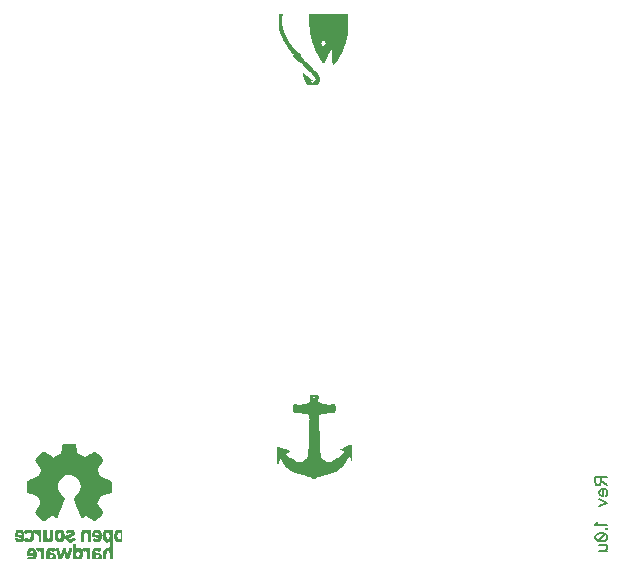
<source format=gbr>
G04 DipTrace 3.0.0.0*
G04 BottomSilk.gbr*
%MOIN*%
G04 #@! TF.FileFunction,Legend,Bot*
G04 #@! TF.Part,Single*
%ADD12C,0.003*%
%ADD42C,0.006176*%
%FSLAX26Y26*%
G04*
G70*
G90*
G75*
G01*
G04 BotSilk*
%LPD*%
X1401664Y965635D2*
D12*
X1422664D1*
X1400279Y962635D2*
X1424049D1*
X1399418Y959635D2*
X1424899D1*
X1398982Y956635D2*
X1407664D1*
X1416664D2*
X1425221D1*
X1398788Y953635D2*
X1424951D1*
X1398710Y950635D2*
X1424006D1*
X1398645Y947635D2*
X1422664D1*
X1398526Y944635D2*
X1424360D1*
X1397294Y941635D2*
X1426129D1*
X1391613Y938635D2*
X1431799D1*
X1382614Y935635D2*
X1441090D1*
X1344664Y932635D2*
X1353664D1*
X1371664D2*
X1452664D1*
X1470664D2*
X1479664D1*
X1343279Y929635D2*
X1481049D1*
X1342418Y926635D2*
X1481911D1*
X1341982Y923635D2*
X1482335D1*
X1341800Y920635D2*
X1482423D1*
X1341836Y917635D2*
X1482117D1*
X1342270Y914635D2*
X1481403D1*
X1343285Y911635D2*
X1480521D1*
X1344664Y908635D2*
X1353664D1*
X1365464D2*
X1458852D1*
X1470664D2*
X1479664D1*
X1379233Y905635D2*
X1444978D1*
X1389397Y902635D2*
X1436009D1*
X1393252Y899635D2*
X1429922D1*
X1394671Y896635D2*
X1427463D1*
X1395716Y893635D2*
X1426520D1*
X1396715Y890635D2*
X1426023D1*
X1397581Y887635D2*
X1425803D1*
X1398037Y884635D2*
X1425715D1*
X1397947Y881635D2*
X1425682D1*
X1397360Y878635D2*
X1425670D1*
X1396645Y875635D2*
X1425666D1*
X1396142Y872635D2*
X1425665D1*
X1395872Y869635D2*
X1425664D1*
X1395747Y866635D2*
X1425664D1*
X1395695Y863635D2*
X1425664D1*
X1395675Y860635D2*
X1425676D1*
X1395668Y857635D2*
X1425781D1*
X1395666Y854635D2*
X1426164D1*
X1395665Y851635D2*
X1426882D1*
X1395664Y848635D2*
X1427651D1*
X1395664Y845635D2*
X1428175D1*
X1395664Y842635D2*
X1428453D1*
X1395664Y839635D2*
X1428580D1*
X1395664Y836635D2*
X1428633D1*
X1395664Y833635D2*
X1428653D1*
X1395664Y830635D2*
X1428660D1*
X1395664Y827635D2*
X1428663D1*
X1395664Y824635D2*
X1428664D1*
X1395664Y821635D2*
X1428664D1*
X1395664Y818635D2*
X1428664D1*
X1395664Y815635D2*
X1428664D1*
X1395664Y812635D2*
X1428664D1*
X1395664Y809635D2*
X1428664D1*
X1395664Y806635D2*
X1428664D1*
X1395664Y803635D2*
X1428664D1*
X1395664Y800635D2*
X1428664D1*
X1395664Y797635D2*
X1428664D1*
X1530664D2*
X1536664D1*
X1395653Y794635D2*
X1428664D1*
X1523548D2*
X1536664D1*
X1290664Y791635D2*
X1293664D1*
X1395547D2*
X1428664D1*
X1516497D2*
X1536664D1*
X1290664Y788635D2*
X1301513D1*
X1395165D2*
X1428676D1*
X1510109D2*
X1536664D1*
X1290664Y785635D2*
X1309119D1*
X1394446D2*
X1428781D1*
X1504957D2*
X1536664D1*
X1290664Y782635D2*
X1316340D1*
X1393677D2*
X1429164D1*
X1500664D2*
X1536664D1*
X1290664Y779635D2*
X1323111D1*
X1393154D2*
X1429882D1*
X1508446D2*
X1536664D1*
X1290664Y776635D2*
X1329664D1*
X1392876D2*
X1430651D1*
X1515664D2*
X1536664D1*
X1290664Y773635D2*
X1322258D1*
X1392748D2*
X1431175D1*
X1512664D2*
X1536664D1*
X1290664Y770635D2*
X1314664D1*
X1392684D2*
X1431465D1*
X1509664D2*
X1536664D1*
X1290664Y767635D2*
X1317664D1*
X1392558D2*
X1431697D1*
X1506664D2*
X1536664D1*
X1290664Y764635D2*
X1320664D1*
X1392169D2*
X1432132D1*
X1503653D2*
X1536664D1*
X1290664Y761635D2*
X1323676D1*
X1391436D2*
X1432883D1*
X1500547D2*
X1528140D1*
X1533779D2*
X1536664D1*
X1290664Y758635D2*
X1326793D1*
X1390549D2*
X1433776D1*
X1497153D2*
X1525989D1*
X1534163D2*
X1536664D1*
X1290664Y755635D2*
X1330293D1*
X1389502D2*
X1434825D1*
X1493317D2*
X1524148D1*
X1534883D2*
X1536664D1*
X1290664Y752635D2*
X1296201D1*
X1303140D2*
X1334511D1*
X1388157D2*
X1436171D1*
X1489049D2*
X1522404D1*
X1535660D2*
X1536664D1*
X1290664Y749635D2*
X1295457D1*
X1304001D2*
X1339495D1*
X1384834D2*
X1439495D1*
X1484316D2*
X1520557D1*
X1536228D2*
X1536664D1*
X1290664Y746635D2*
X1294680D1*
X1305265D2*
X1344982D1*
X1380170D2*
X1444159D1*
X1479104D2*
X1518590D1*
X1536664D2*
D3*
X1290664Y743635D2*
X1294152D1*
X1306903D2*
X1350664D1*
X1374664D2*
X1449664D1*
X1473664D2*
X1516651D1*
X1290664Y740635D2*
X1293858D1*
X1308787D2*
X1514673D1*
X1290664Y737635D2*
X1293664D1*
X1310706D2*
X1512639D1*
X1312778Y734635D2*
X1510658D1*
X1315191Y731635D2*
X1508563D1*
X1317889Y728635D2*
X1506142D1*
X1320765Y725635D2*
X1503429D1*
X1323814Y722635D2*
X1500459D1*
X1327199Y719635D2*
X1497108D1*
X1331144Y716635D2*
X1493177D1*
X1335957Y713635D2*
X1488369D1*
X1342348Y710635D2*
X1481967D1*
X1351236Y707635D2*
X1472987D1*
X1362616Y704635D2*
X1461330D1*
X1374807Y701635D2*
X1448803D1*
X1385510Y698635D2*
X1438037D1*
X1393541Y695635D2*
X1430138D1*
X1399650Y692635D2*
X1424585D1*
X1402413Y689635D2*
X1420378D1*
X1404664Y686635D2*
X1416664D1*
X576305Y802118D2*
X615305D1*
X575279Y799118D2*
X615768D1*
X574386Y796118D2*
X616512D1*
X573806Y793118D2*
X617289D1*
X573406Y790118D2*
X617826D1*
X572892Y787118D2*
X618210D1*
X572119Y784118D2*
X618720D1*
X571329Y781118D2*
X619491D1*
X570786Y778118D2*
X620292D1*
X507305Y775118D2*
X513305D1*
X570365D2*
X620952D1*
X678305D2*
X684305D1*
X504305Y772118D2*
X518153D1*
X569854D2*
X621861D1*
X673456D2*
X687305D1*
X501305Y769118D2*
X522770D1*
X567985D2*
X623272D1*
X668839D2*
X690305D1*
X498305Y766118D2*
X527097D1*
X563573D2*
X627320D1*
X664512D2*
X693305D1*
X495305Y763118D2*
X531282D1*
X558179D2*
X632679D1*
X660327D2*
X696305D1*
X492316Y760118D2*
X535683D1*
X552310D2*
X638873D1*
X655926D2*
X699293D1*
X489434Y757118D2*
X540305D1*
X546305D2*
X645305D1*
X651305D2*
X702164D1*
X486945Y754118D2*
X704559D1*
X484916Y751118D2*
X706377D1*
X484343Y748118D2*
X706243D1*
X485275Y745118D2*
X705489D1*
X486746Y742118D2*
X704321D1*
X488461Y739118D2*
X702854D1*
X490348Y736118D2*
X701027D1*
X492349Y733118D2*
X698825D1*
X494305Y730118D2*
X696554D1*
X496291Y727118D2*
X694437D1*
X498326Y724118D2*
X692396D1*
X500282Y721118D2*
X690548D1*
X502248Y718118D2*
X689079D1*
X504305Y715118D2*
X689296D1*
X502456Y712118D2*
X690081D1*
X500839Y709118D2*
X691160D1*
X499521Y706118D2*
X692241D1*
X498408Y703118D2*
X693258D1*
X497204Y700118D2*
X694426D1*
X495614Y697118D2*
X578841D1*
X609179D2*
X695991D1*
X493560Y694118D2*
X575097D1*
X614677D2*
X698003D1*
X487814Y691118D2*
X571332D1*
X619447D2*
X703428D1*
X479646Y688118D2*
X567912D1*
X623354D2*
X711249D1*
X470744Y685118D2*
X565028D1*
X626449D2*
X720097D1*
X463815Y682118D2*
X562736D1*
X628825D2*
X727272D1*
X458928Y679118D2*
X560940D1*
X630641D2*
X732436D1*
X457529Y676118D2*
X559556D1*
X631943D2*
X733961D1*
X456807Y673118D2*
X558431D1*
X632794D2*
X734752D1*
X456495Y670118D2*
X557348D1*
X633542D2*
X735095D1*
X456373Y667118D2*
X556419D1*
X634409D2*
X735229D1*
X456328Y664118D2*
X555843D1*
X635137D2*
X735279D1*
X456312Y661118D2*
X555646D1*
X635302D2*
X735296D1*
X456307Y658118D2*
X555893D1*
X634871D2*
X735302D1*
X456305Y655118D2*
X556567D1*
X634220D2*
X735304D1*
X456305Y652118D2*
X557421D1*
X633645D2*
X735304D1*
X456305Y649118D2*
X558330D1*
X632993D2*
X735305D1*
X456305Y646118D2*
X559442D1*
X632038D2*
X735305D1*
X456305Y643118D2*
X560837D1*
X630719D2*
X735305D1*
X456305Y640118D2*
X562630D1*
X628959D2*
X735305D1*
X469296Y637118D2*
X564927D1*
X626674D2*
X722211D1*
X479661Y634118D2*
X567666D1*
X623941D2*
X711567D1*
X486632Y631118D2*
X570775D1*
X620833D2*
X704259D1*
X491556Y628118D2*
X573931D1*
X617678D2*
X699144D1*
X493859Y625118D2*
X576811D1*
X614799D2*
X697192D1*
X495672Y622118D2*
X578234D1*
X613375D2*
X695650D1*
X497059Y619118D2*
X578331D1*
X613267D2*
X694421D1*
X498181Y616118D2*
X577776D1*
X613728D2*
X693363D1*
X499263Y613118D2*
X576744D1*
X614483D2*
X692199D1*
X500179Y610118D2*
X575538D1*
X615353D2*
X690813D1*
X500649Y607118D2*
X574402D1*
X616438D2*
X689158D1*
X500737Y604118D2*
X573364D1*
X617710D2*
X687305D1*
X499555Y601118D2*
X572211D1*
X619014D2*
X689841D1*
X497955Y598118D2*
X570913D1*
X620187D2*
X692097D1*
X496183Y595118D2*
X569600D1*
X621238D2*
X694309D1*
X494273Y592118D2*
X568424D1*
X622396D2*
X696678D1*
X492265Y589118D2*
X567371D1*
X623707D2*
X699005D1*
X490306Y586118D2*
X566214D1*
X625115D2*
X701054D1*
X488331Y583118D2*
X564902D1*
X626567D2*
X702838D1*
X486422Y580118D2*
X563495D1*
X627956D2*
X704447D1*
X484759Y577118D2*
X562042D1*
X629165D2*
X705775D1*
X484288Y574118D2*
X560653D1*
X630219D2*
X706781D1*
X485365Y571118D2*
X559445D1*
X631288D2*
X706281D1*
X487235Y568118D2*
X558388D1*
X632321D2*
X704326D1*
X489687Y565118D2*
X557305D1*
X633371D2*
X701889D1*
X492452Y562118D2*
X534190D1*
X546305D2*
X556257D1*
X634714D2*
X645305D1*
X657419D2*
X699142D1*
X495358Y559118D2*
X530794D1*
X549305D2*
X555305D1*
X636305D2*
X639305D1*
X660815D2*
X696245D1*
X498323Y556118D2*
X526960D1*
X664649D2*
X693284D1*
X501311Y553118D2*
X522720D1*
X668890D2*
X690298D1*
X504307Y550118D2*
X518126D1*
X673484D2*
X687302D1*
X507305Y547118D2*
X513305D1*
X678305D2*
X684305D1*
X420305Y514118D2*
X438305D1*
X450305D2*
X471305D1*
X477305D2*
X501305D1*
X510305D2*
X519305D1*
X534305D2*
X540305D1*
X552305D2*
X573305D1*
X588305D2*
X609305D1*
X639305D2*
X666305D1*
X678305D2*
X696305D1*
X714305D2*
X738305D1*
X753305D2*
X771305D1*
X418920Y511118D2*
X441305D1*
X447305D2*
X501305D1*
X510305D2*
X519305D1*
X534305D2*
X540305D1*
X551279D2*
X575153D1*
X587124D2*
X610690D1*
X638279D2*
X666305D1*
X676456D2*
X698715D1*
X712456D2*
X738305D1*
X750894D2*
X771305D1*
X418058Y508118D2*
X473715D1*
X478410D2*
X501305D1*
X510305D2*
X519305D1*
X534305D2*
X540305D1*
X550386D2*
X576759D1*
X587502D2*
X611539D1*
X637386D2*
X666305D1*
X674851D2*
X700470D1*
X710850D2*
X738305D1*
X749140D2*
X771305D1*
X417622Y505118D2*
X423305D1*
X435305D2*
X444305D1*
X450305D2*
X453305D1*
X468768D2*
X475470D1*
X486172D2*
X501305D1*
X510305D2*
X519305D1*
X534305D2*
X540305D1*
X549818D2*
X558894D1*
X570305D2*
X577971D1*
X588305D2*
X591305D1*
X604441D2*
X611858D1*
X636818D2*
X645894D1*
X657768D2*
X666305D1*
X673638D2*
X681305D1*
X693305D2*
X701478D1*
X709629D2*
X717305D1*
X728715D2*
X738305D1*
X748135D2*
X756894D1*
X768305D2*
X771305D1*
X417429Y502118D2*
X423305D1*
X438305D2*
X444305D1*
X469500D2*
X476474D1*
X491857D2*
X501305D1*
X510305D2*
X519305D1*
X534305D2*
X540305D1*
X549524D2*
X557140D1*
X570305D2*
X578693D1*
X598365D2*
X611818D1*
X636524D2*
X644140D1*
X658512D2*
X666305D1*
X672919D2*
X681305D1*
X696305D2*
X701988D1*
X708858D2*
X717305D1*
X730470D2*
X738305D1*
X747648D2*
X755140D1*
X768305D2*
X771305D1*
X417351Y499118D2*
X444305D1*
X470160D2*
X476962D1*
X493983D2*
X501305D1*
X510305D2*
X519316D1*
X534293D2*
X540305D1*
X549391D2*
X556147D1*
X570293D2*
X579068D1*
X591763D2*
X610527D1*
X636391D2*
X643135D1*
X659289D2*
X666305D1*
X672561D2*
X702305D1*
X708305D2*
X717316D1*
X731463D2*
X738305D1*
X747437D2*
X754147D1*
X768305D2*
X771305D1*
X417320Y496118D2*
X444305D1*
X470497D2*
X477161D1*
X494699D2*
X501305D1*
X510305D2*
X519431D1*
X534179D2*
X540305D1*
X549337D2*
X555774D1*
X570179D2*
X579305D1*
X585305D2*
X606717D1*
X636337D2*
X642648D1*
X659814D2*
X666305D1*
X672398D2*
X717431D1*
X731836D2*
X738305D1*
X747353D2*
X753774D1*
X768305D2*
X771305D1*
X417305Y493118D2*
X444305D1*
X469336D2*
X477139D1*
X495060D2*
X501305D1*
X510305D2*
X519894D1*
X533715D2*
X540293D1*
X549328D2*
X556026D1*
X569715D2*
X601599D1*
X636316D2*
X642437D1*
X660093D2*
X666305D1*
X672305D2*
X702293D1*
X708419D2*
X717894D1*
X731583D2*
X738305D1*
X747333D2*
X754026D1*
X768305D2*
X771305D1*
X438305Y490118D2*
X444305D1*
X467492D2*
X476776D1*
X495214D2*
X501305D1*
X510305D2*
X520920D1*
X532690D2*
X540187D1*
X549438D2*
X556966D1*
X568690D2*
X596249D1*
X636309D2*
X642353D1*
X660220D2*
X666305D1*
X696305D2*
X702176D1*
X708815D2*
X718920D1*
X730644D2*
X738305D1*
X747439D2*
X754966D1*
X768305D2*
X771305D1*
X417305Y487118D2*
X423305D1*
X435305D2*
X444305D1*
X450305D2*
X456305D1*
X465305D2*
X475954D1*
X495272D2*
X501305D1*
X510305D2*
X522305D1*
X531305D2*
X539803D1*
X549934D2*
X558305D1*
X567305D2*
X591305D1*
X606305D2*
X612305D1*
X636306D2*
X642322D1*
X660273D2*
X666305D1*
X678305D2*
X681305D1*
X693305D2*
X701677D1*
X709675D2*
X720305D1*
X729305D2*
X738305D1*
X747934D2*
X756305D1*
X768305D2*
X771305D1*
X417856Y484118D2*
X474718D1*
X495294D2*
X501305D1*
X510305D2*
X539059D1*
X551140D2*
X575753D1*
X585844D2*
X615305D1*
X636305D2*
X642310D1*
X660293D2*
X666305D1*
X677124D2*
X700470D1*
X711172D2*
X738305D1*
X749140D2*
X771305D1*
X418909Y481118D2*
X441305D1*
X447305D2*
X473125D1*
X495301D2*
X501305D1*
X510305D2*
X538166D1*
X553058D2*
X574700D1*
X588059D2*
X611202D1*
X636305D2*
X642307D1*
X660301D2*
X666305D1*
X677502D2*
X698551D1*
X713266D2*
X738305D1*
X751058D2*
X771305D1*
X420305Y478118D2*
X438305D1*
X453305D2*
X471305D1*
X495305D2*
X501305D1*
X510305D2*
X537305D1*
X555305D2*
X573305D1*
X593691D2*
X606096D1*
X636305D2*
X642305D1*
X660305D2*
X666305D1*
X678305D2*
X696305D1*
X717954D2*
X738305D1*
X753305D2*
X771305D1*
X600305Y475118D2*
D3*
X723305D2*
D3*
X732305D2*
X738305D1*
X732305Y472118D2*
X738305D1*
X609305Y469118D2*
X615305D1*
X732305D2*
X738305D1*
X609305Y466118D2*
X615305D1*
X732305D2*
X738305D1*
X609305Y463118D2*
X615305D1*
X732305D2*
X738305D1*
X609305Y460118D2*
X615305D1*
X732305D2*
X738305D1*
X609305Y457118D2*
X615305D1*
X732305D2*
X738305D1*
X462305Y454118D2*
X477305D1*
X486305D2*
X510305D1*
X525305D2*
X546305D1*
X552305D2*
X558305D1*
X576305D2*
X582305D1*
X597305D2*
X603305D1*
X609305D2*
X615305D1*
X621305D2*
X633305D1*
X642305D2*
X663305D1*
X678305D2*
X699305D1*
X722856D2*
X738305D1*
X459894Y451118D2*
X480179D1*
X487909D2*
X510305D1*
X523456D2*
X559701D1*
X574806D2*
X582768D1*
X596267D2*
X603190D1*
X609305D2*
X663305D1*
X676456D2*
X700758D1*
X716409D2*
X738305D1*
X458140Y448118D2*
X482677D1*
X489981D2*
X510305D1*
X521851D2*
X560668D1*
X573559D2*
X583513D1*
X595260D2*
X602806D1*
X609305D2*
X663305D1*
X674851D2*
X698792D1*
X711878D2*
X738305D1*
X457135Y445118D2*
X465305D1*
X477305D2*
X484458D1*
X492305D2*
D3*
X500715D2*
X510305D1*
X520638D2*
X528305D1*
X540305D2*
X543305D1*
X555419D2*
X561489D1*
X572404D2*
X584297D1*
X594226D2*
X602075D1*
X609305D2*
X621431D1*
X627179D2*
X639305D1*
X645305D2*
D3*
X653715D2*
X663305D1*
X673638D2*
X681305D1*
X693305D2*
X696305D1*
X710125D2*
X720894D1*
X728715D2*
X738305D1*
X456648Y442118D2*
X462305D1*
X477305D2*
X485471D1*
X502470D2*
X510305D1*
X519919D2*
X528305D1*
X555803D2*
X562426D1*
X571433D2*
X584868D1*
X592890D2*
X601200D1*
X609305D2*
X618944D1*
X629665D2*
X639305D1*
X655470D2*
X663305D1*
X672919D2*
X681305D1*
X709117D2*
X719140D1*
X730470D2*
X738305D1*
X456437Y439118D2*
X485961D1*
X503474D2*
X510305D1*
X519562D2*
X537280D1*
X556523D2*
X563400D1*
X570784D2*
X585305D1*
X591305D2*
X600295D1*
X609305D2*
X616916D1*
X631693D2*
X639305D1*
X656474D2*
X663305D1*
X672562D2*
X690280D1*
X708636D2*
X718135D1*
X731474D2*
X738305D1*
X456353Y436118D2*
X486160D1*
X503962D2*
X510305D1*
X519405D2*
X544413D1*
X557304D2*
X564305D1*
X570305D2*
X599286D1*
X609305D2*
X616296D1*
X632313D2*
X639305D1*
X656962D2*
X663305D1*
X672405D2*
X697413D1*
X708431D2*
X717648D1*
X731962D2*
X738305D1*
X456321Y433118D2*
X486139D1*
X504172D2*
X510305D1*
X519342D2*
X547390D1*
X557932D2*
X576883D1*
X582316D2*
X598284D1*
X609305D2*
X616807D1*
X631802D2*
X639293D1*
X657172D2*
X663305D1*
X672342D2*
X700390D1*
X708351D2*
X717437D1*
X732172D2*
X738305D1*
X477305Y430118D2*
X485786D1*
X504256D2*
X510305D1*
X519318D2*
X528856D1*
X542753D2*
X548420D1*
X558595D2*
X575014D1*
X582431D2*
X597324D1*
X609305D2*
X617546D1*
X631064D2*
X639179D1*
X657256D2*
X663305D1*
X672318D2*
X681856D1*
X695753D2*
X701420D1*
X708321D2*
X717353D1*
X732256D2*
X738305D1*
X462305Y427118D2*
D3*
X477305D2*
X485053D1*
X504288D2*
X510305D1*
X519309D2*
X529909D1*
X541700D2*
X548947D1*
X559466D2*
X573542D1*
X582894D2*
X596281D1*
X609305D2*
X618305D1*
X630305D2*
X638715D1*
X657288D2*
X663305D1*
X672309D2*
X682909D1*
X694700D2*
X701947D1*
X708310D2*
X717322D1*
X732288D2*
X738305D1*
X459117Y424118D2*
X484164D1*
X504299D2*
X510305D1*
X519306D2*
X531305D1*
X540305D2*
X549178D1*
X560413D2*
X572006D1*
X583920D2*
X595248D1*
X609305D2*
X637690D1*
X657299D2*
X663305D1*
X672306D2*
X684305D1*
X693305D2*
X702178D1*
X708306D2*
X717310D1*
X732299D2*
X738305D1*
X456305Y421118D2*
X483305D1*
X504305D2*
X510305D1*
X519305D2*
X549305D1*
X561305D2*
X570305D1*
X585305D2*
X594305D1*
X609305D2*
X636305D1*
X657305D2*
X663305D1*
X672305D2*
X702305D1*
X708305D2*
X717305D1*
X732305D2*
X738305D1*
X1296701Y2234795D2*
X1305701D1*
X1395701D2*
X1521701D1*
X1296701Y2231795D2*
X1305237D1*
X1395701D2*
X1521701D1*
X1296701Y2228795D2*
X1304494D1*
X1395701D2*
X1521701D1*
X1296701Y2225795D2*
X1303717D1*
X1395701D2*
X1521701D1*
X1296701Y2222795D2*
X1303191D1*
X1395701D2*
X1521701D1*
X1296701Y2219795D2*
X1302913D1*
X1395701D2*
X1521701D1*
X1296701Y2216795D2*
X1302785D1*
X1395701D2*
X1521701D1*
X1296701Y2213795D2*
X1302733D1*
X1395701D2*
X1521701D1*
X1296701Y2210795D2*
X1302712D1*
X1395701D2*
X1521701D1*
X1296701Y2207795D2*
X1302717D1*
X1395713D2*
X1521701D1*
X1296701Y2204795D2*
X1302819D1*
X1395818D2*
X1521701D1*
X1296701Y2201795D2*
X1303201D1*
X1396201D2*
X1521701D1*
X1296701Y2198795D2*
X1303919D1*
X1396919D2*
X1521701D1*
X1296701Y2195795D2*
X1304700D1*
X1397688D2*
X1521701D1*
X1296701Y2192795D2*
X1305329D1*
X1398211D2*
X1521701D1*
X1296713Y2189795D2*
X1305989D1*
X1398490D2*
X1521701D1*
X1296818Y2186795D2*
X1306847D1*
X1398617D2*
X1521701D1*
X1297201Y2183795D2*
X1307774D1*
X1398681D2*
X1521701D1*
X1297931Y2180795D2*
X1308700D1*
X1398807D2*
X1521701D1*
X1298805Y2177795D2*
X1309715D1*
X1399197D2*
X1521701D1*
X1299723Y2174795D2*
X1310720D1*
X1399918D2*
X1521701D1*
X1300825Y2171795D2*
X1311691D1*
X1400688D2*
X1521701D1*
X1302104Y2168795D2*
X1312813D1*
X1401223D2*
X1521689D1*
X1303410Y2165795D2*
X1314111D1*
X1401607D2*
X1521584D1*
X1304583Y2162795D2*
X1315514D1*
X1402116D2*
X1521201D1*
X1305635Y2159795D2*
X1316976D1*
X1402888D2*
X1520483D1*
X1306792Y2156795D2*
X1318470D1*
X1403689D2*
X1519702D1*
X1308104Y2153795D2*
X1320061D1*
X1404325D2*
X1519073D1*
X1309523Y2150795D2*
X1321845D1*
X1404988D2*
X1518413D1*
X1311081Y2147795D2*
X1323788D1*
X1405846D2*
X1517567D1*
X1312852Y2144795D2*
X1325719D1*
X1406774D2*
X1437839D1*
X1449100D2*
X1516734D1*
X1314779Y2141795D2*
X1327693D1*
X1407700D2*
X1435458D1*
X1451093D2*
X1516085D1*
X1316614Y2138795D2*
X1329727D1*
X1408715D2*
X1433676D1*
X1451663D2*
X1515405D1*
X1318311Y2135795D2*
X1331695D1*
X1409720D2*
X1433890D1*
X1450629D2*
X1514451D1*
X1319997Y2132795D2*
X1333685D1*
X1410679D2*
X1435653D1*
X1448850D2*
X1513246D1*
X1321821Y2129795D2*
X1335724D1*
X1411708D2*
X1437701D1*
X1446701D2*
X1511972D1*
X1323780Y2126795D2*
X1337706D1*
X1412717D2*
X1510812D1*
X1325727Y2123795D2*
X1339802D1*
X1413690D2*
X1509777D1*
X1327810Y2120795D2*
X1342247D1*
X1414813D2*
X1508715D1*
X1330214Y2117795D2*
X1345158D1*
X1416111D2*
X1468176D1*
X1473701D2*
X1507692D1*
X1332808Y2114795D2*
X1348788D1*
X1417514D2*
X1466026D1*
X1473701D2*
X1506715D1*
X1335290Y2111795D2*
X1353158D1*
X1418976D2*
X1464196D1*
X1473701D2*
X1505578D1*
X1337515Y2108795D2*
X1357558D1*
X1420458D2*
X1462546D1*
X1473701D2*
X1504186D1*
X1339717Y2105795D2*
X1361097D1*
X1421955D2*
X1460988D1*
X1473701D2*
X1502494D1*
X1342141Y2102795D2*
X1363835D1*
X1423451D2*
X1459462D1*
X1473701D2*
X1500602D1*
X1344701Y2099795D2*
X1364926D1*
X1424953D2*
X1457957D1*
X1473701D2*
X1498780D1*
X1343488Y2096795D2*
X1365947D1*
X1426462D2*
X1456451D1*
X1473701D2*
X1497100D1*
X1343536Y2093795D2*
X1367398D1*
X1428058D2*
X1454953D1*
X1473701D2*
X1495510D1*
X1344851Y2090795D2*
X1369480D1*
X1429844D2*
X1453450D1*
X1473701D2*
X1493963D1*
X1348270Y2087795D2*
X1372026D1*
X1431788D2*
X1451952D1*
X1473701D2*
X1492353D1*
X1352760Y2084795D2*
X1374827D1*
X1433730D2*
X1450459D1*
X1473701D2*
X1490561D1*
X1357454Y2081795D2*
X1377747D1*
X1435802D2*
X1449039D1*
X1473701D2*
X1488615D1*
X1361615Y2078795D2*
X1380717D1*
X1438171D2*
X1447790D1*
X1473713D2*
X1486672D1*
X1365233Y2075795D2*
X1383707D1*
X1440701D2*
X1446701D1*
X1473827D2*
X1484592D1*
X1368515Y2072795D2*
X1386703D1*
X1474291D2*
X1482178D1*
X1371631Y2069795D2*
X1389702D1*
X1475316D2*
X1479496D1*
X1374676Y2066795D2*
X1392701D1*
X1476701D2*
D3*
X1377692Y2063795D2*
X1395701D1*
X1380698Y2060795D2*
X1398701D1*
X1383700Y2057795D2*
X1401701D1*
X1386701Y2054795D2*
X1404701D1*
X1389701Y2051795D2*
X1407689D1*
X1392701Y2048795D2*
X1410596D1*
X1395701Y2045795D2*
X1413319D1*
X1398701Y2042795D2*
X1415971D1*
X1401701Y2039795D2*
X1418815D1*
X1374701Y2036795D2*
D3*
X1404701D2*
X1421667D1*
X1375738Y2033795D2*
X1380701D1*
X1407701D2*
X1424076D1*
X1376737Y2030795D2*
X1384165D1*
X1410689D2*
X1425958D1*
X1377688Y2027795D2*
X1387920D1*
X1413572D2*
X1427292D1*
X1378712Y2024795D2*
X1391791D1*
X1416073D2*
X1428059D1*
X1379719Y2021795D2*
X1395586D1*
X1417843D2*
X1428434D1*
X1380679Y2018795D2*
X1399146D1*
X1419026D2*
X1428597D1*
X1381708Y2015795D2*
X1402146D1*
X1419013D2*
X1428651D1*
X1382729Y2012795D2*
X1404701D1*
X1417661D2*
X1428559D1*
X1383806Y2009795D2*
X1395701D1*
X1414416D2*
X1428069D1*
X1385314Y2006795D2*
X1401701D1*
X1410701D2*
X1426864D1*
X1387372Y2003795D2*
X1424947D1*
X1389701Y2000795D2*
X1422701D1*
X1401664Y965635D2*
X1400279Y962635D1*
X1399418Y959635D1*
X1398982Y956635D1*
X1398788Y953635D1*
X1398710Y950635D1*
X1398645Y947635D1*
X1398526Y944635D1*
X1397294Y941635D1*
X1391613Y938635D1*
X1382614Y935635D1*
X1371664Y932635D1*
X1422664Y965635D2*
X1424049Y962635D1*
X1424899Y959635D1*
X1425221Y956635D1*
X1424951Y953635D1*
X1424006Y950635D1*
X1422664Y947635D1*
X1424360Y944635D1*
X1426129Y941635D1*
X1431799Y938635D1*
X1441090Y935635D1*
X1452664Y932635D1*
X1410664Y959635D2*
X1407664Y956635D1*
X1413664Y959635D2*
X1416664Y956635D1*
X1344664Y932635D2*
X1343279Y929635D1*
X1342418Y926635D1*
X1341982Y923635D1*
X1341800Y920635D1*
X1341836Y917635D1*
X1342270Y914635D1*
X1343285Y911635D1*
X1344664Y908635D1*
X1353664Y932635D2*
X1470664D2*
X1479664D2*
X1481049Y929635D1*
X1481911Y926635D1*
X1482335Y923635D1*
X1482423Y920635D1*
X1482117Y917635D1*
X1481403Y914635D1*
X1480521Y911635D1*
X1479664Y908635D1*
X1356664Y911635D2*
X1353664Y908635D1*
X1347664Y911635D2*
X1365464Y908635D1*
X1379233Y905635D1*
X1389397Y902635D1*
X1393252Y899635D1*
X1394671Y896635D1*
X1395716Y893635D1*
X1396715Y890635D1*
X1397581Y887635D1*
X1398037Y884635D1*
X1397947Y881635D1*
X1397360Y878635D1*
X1396645Y875635D1*
X1396142Y872635D1*
X1395872Y869635D1*
X1395747Y866635D1*
X1395695Y863635D1*
X1395675Y860635D1*
X1395668Y857635D1*
X1395666Y854635D1*
X1395665Y851635D1*
X1395664Y848635D1*
Y845635D1*
Y842635D1*
Y839635D1*
Y836635D1*
Y833635D1*
Y830635D1*
Y827635D1*
Y824635D1*
Y821635D1*
Y818635D1*
Y815635D1*
Y812635D1*
Y809635D1*
Y806635D1*
Y803635D1*
Y800635D1*
Y797635D1*
X1395653Y794635D1*
X1395547Y791635D1*
X1395165Y788635D1*
X1394446Y785635D1*
X1393677Y782635D1*
X1393154Y779635D1*
X1392876Y776635D1*
X1392748Y773635D1*
X1392684Y770635D1*
X1392558Y767635D1*
X1392169Y764635D1*
X1391436Y761635D1*
X1390549Y758635D1*
X1389502Y755635D1*
X1388157Y752635D1*
X1384834Y749635D1*
X1380170Y746635D1*
X1374664Y743635D1*
X1476664Y911635D2*
X1458852Y908635D1*
X1444978Y905635D1*
X1436009Y902635D1*
X1429922Y899635D1*
X1427463Y896635D1*
X1426520Y893635D1*
X1426023Y890635D1*
X1425803Y887635D1*
X1425715Y884635D1*
X1425682Y881635D1*
X1425670Y878635D1*
X1425666Y875635D1*
X1425665Y872635D1*
X1425664Y869635D1*
Y866635D1*
Y863635D1*
X1425676Y860635D1*
X1425781Y857635D1*
X1426164Y854635D1*
X1426882Y851635D1*
X1427651Y848635D1*
X1428175Y845635D1*
X1428453Y842635D1*
X1428580Y839635D1*
X1428633Y836635D1*
X1428653Y833635D1*
X1428660Y830635D1*
X1428663Y827635D1*
X1428664Y824635D1*
Y821635D1*
Y818635D1*
Y815635D1*
Y812635D1*
Y809635D1*
Y806635D1*
Y803635D1*
Y800635D1*
Y797635D1*
Y794635D1*
Y791635D1*
X1428676Y788635D1*
X1428781Y785635D1*
X1429164Y782635D1*
X1429882Y779635D1*
X1430651Y776635D1*
X1431175Y773635D1*
X1431465Y770635D1*
X1431697Y767635D1*
X1432132Y764635D1*
X1432883Y761635D1*
X1433776Y758635D1*
X1434825Y755635D1*
X1436171Y752635D1*
X1439495Y749635D1*
X1444159Y746635D1*
X1449664Y743635D1*
X1467664Y911635D2*
X1470664Y908635D1*
X1530664Y797635D2*
X1523548Y794635D1*
X1516497Y791635D1*
X1510109Y788635D1*
X1504957Y785635D1*
X1500664Y782635D1*
X1508446Y779635D1*
X1515664Y776635D1*
X1512664Y773635D1*
X1509664Y770635D1*
X1506664Y767635D1*
X1503653Y764635D1*
X1500547Y761635D1*
X1497153Y758635D1*
X1493317Y755635D1*
X1489049Y752635D1*
X1484316Y749635D1*
X1479104Y746635D1*
X1473664Y743635D1*
X1536664Y797635D2*
Y794635D1*
Y791635D1*
Y788635D1*
Y785635D1*
Y782635D1*
Y779635D1*
Y776635D1*
Y773635D1*
Y770635D1*
Y767635D1*
Y764635D1*
Y761635D1*
Y758635D1*
Y755635D1*
Y752635D1*
Y749635D1*
Y746635D1*
X1290664Y791635D2*
Y788635D1*
Y785635D1*
Y782635D1*
Y779635D1*
Y776635D1*
Y773635D1*
Y770635D1*
Y767635D1*
Y764635D1*
Y761635D1*
Y758635D1*
Y755635D1*
Y752635D1*
Y749635D1*
Y746635D1*
Y743635D1*
Y740635D1*
Y737635D1*
X1293664Y791635D2*
X1301513Y788635D1*
X1309119Y785635D1*
X1316340Y782635D1*
X1323111Y779635D1*
X1329664Y776635D1*
X1322258Y773635D1*
X1314664Y770635D1*
X1317664Y767635D1*
X1320664Y764635D1*
X1323676Y761635D1*
X1326793Y758635D1*
X1330293Y755635D1*
X1334511Y752635D1*
X1339495Y749635D1*
X1344982Y746635D1*
X1350664Y743635D1*
X1530664Y764635D2*
X1528140Y761635D1*
X1525989Y758635D1*
X1524148Y755635D1*
X1522404Y752635D1*
X1520557Y749635D1*
X1518590Y746635D1*
X1516651Y743635D1*
X1514673Y740635D1*
X1512639Y737635D1*
X1510658Y734635D1*
X1508563Y731635D1*
X1506142Y728635D1*
X1503429Y725635D1*
X1500459Y722635D1*
X1497108Y719635D1*
X1493177Y716635D1*
X1488369Y713635D1*
X1481967Y710635D1*
X1472987Y707635D1*
X1461330Y704635D1*
X1448803Y701635D1*
X1438037Y698635D1*
X1430138Y695635D1*
X1424585Y692635D1*
X1420378Y689635D1*
X1416664Y686635D1*
X1533664Y764635D2*
X1533779Y761635D1*
X1534163Y758635D1*
X1534883Y755635D1*
X1535660Y752635D1*
X1536228Y749635D1*
X1536664Y746635D1*
X1296664Y755635D2*
X1296201Y752635D1*
X1295457Y749635D1*
X1294680Y746635D1*
X1294152Y743635D1*
X1293858Y740635D1*
X1293664Y737635D1*
X1302664Y755635D2*
X1303140Y752635D1*
X1304001Y749635D1*
X1305265Y746635D1*
X1306903Y743635D1*
X1308787Y740635D1*
X1310706Y737635D1*
X1312778Y734635D1*
X1315191Y731635D1*
X1317889Y728635D1*
X1320765Y725635D1*
X1323814Y722635D1*
X1327199Y719635D1*
X1331144Y716635D1*
X1335957Y713635D1*
X1342348Y710635D1*
X1351236Y707635D1*
X1362616Y704635D1*
X1374807Y701635D1*
X1385510Y698635D1*
X1393541Y695635D1*
X1399650Y692635D1*
X1402413Y689635D1*
X1404664Y686635D1*
X576305Y802118D2*
X575279Y799118D1*
X574386Y796118D1*
X573806Y793118D1*
X573406Y790118D1*
X572892Y787118D1*
X572119Y784118D1*
X571329Y781118D1*
X570786Y778118D1*
X570365Y775118D1*
X569854Y772118D1*
X567985Y769118D1*
X563573Y766118D1*
X558179Y763118D1*
X552310Y760118D1*
X546305Y757118D1*
X615305Y802118D2*
X615768Y799118D1*
X616512Y796118D1*
X617289Y793118D1*
X617826Y790118D1*
X618210Y787118D1*
X618720Y784118D1*
X619491Y781118D1*
X620292Y778118D1*
X620952Y775118D1*
X621861Y772118D1*
X623272Y769118D1*
X627320Y766118D1*
X632679Y763118D1*
X638873Y760118D1*
X645305Y757118D1*
X507305Y775118D2*
X504305Y772118D1*
X501305Y769118D1*
X498305Y766118D1*
X495305Y763118D1*
X492316Y760118D1*
X489434Y757118D1*
X486945Y754118D1*
X484916Y751118D1*
X484343Y748118D1*
X485275Y745118D1*
X486746Y742118D1*
X488461Y739118D1*
X490348Y736118D1*
X492349Y733118D1*
X494305Y730118D1*
X496291Y727118D1*
X498326Y724118D1*
X500282Y721118D1*
X502248Y718118D1*
X504305Y715118D1*
X502456Y712118D1*
X500839Y709118D1*
X499521Y706118D1*
X498408Y703118D1*
X497204Y700118D1*
X495614Y697118D1*
X493560Y694118D1*
X487814Y691118D1*
X479646Y688118D1*
X470744Y685118D1*
X463815Y682118D1*
X458928Y679118D1*
X457529Y676118D1*
X456807Y673118D1*
X456495Y670118D1*
X456373Y667118D1*
X456328Y664118D1*
X456312Y661118D1*
X456307Y658118D1*
X456305Y655118D1*
Y652118D1*
Y649118D1*
Y646118D1*
Y643118D1*
Y640118D1*
X469296Y637118D1*
X479661Y634118D1*
X486632Y631118D1*
X491556Y628118D1*
X493859Y625118D1*
X495672Y622118D1*
X497059Y619118D1*
X498181Y616118D1*
X499263Y613118D1*
X500179Y610118D1*
X500649Y607118D1*
X500737Y604118D1*
X499555Y601118D1*
X497955Y598118D1*
X496183Y595118D1*
X494273Y592118D1*
X492265Y589118D1*
X490306Y586118D1*
X488331Y583118D1*
X486422Y580118D1*
X484759Y577118D1*
X484288Y574118D1*
X485365Y571118D1*
X487235Y568118D1*
X489687Y565118D1*
X492452Y562118D1*
X495358Y559118D1*
X498323Y556118D1*
X501311Y553118D1*
X504307Y550118D1*
X507305Y547118D1*
X513305Y775118D2*
X518153Y772118D1*
X522770Y769118D1*
X527097Y766118D1*
X531282Y763118D1*
X535683Y760118D1*
X540305Y757118D1*
X678305Y775118D2*
X673456Y772118D1*
X668839Y769118D1*
X664512Y766118D1*
X660327Y763118D1*
X655926Y760118D1*
X651305Y757118D1*
X684305Y775118D2*
X687305Y772118D1*
X690305Y769118D1*
X693305Y766118D1*
X696305Y763118D1*
X699293Y760118D1*
X702164Y757118D1*
X704559Y754118D1*
X706377Y751118D1*
X706243Y748118D1*
X705489Y745118D1*
X704321Y742118D1*
X702854Y739118D1*
X701027Y736118D1*
X698825Y733118D1*
X696554Y730118D1*
X694437Y727118D1*
X692396Y724118D1*
X690548Y721118D1*
X689079Y718118D1*
X689296Y715118D1*
X690081Y712118D1*
X691160Y709118D1*
X692241Y706118D1*
X693258Y703118D1*
X694426Y700118D1*
X695991Y697118D1*
X698003Y694118D1*
X703428Y691118D1*
X711249Y688118D1*
X720097Y685118D1*
X727272Y682118D1*
X732436Y679118D1*
X733961Y676118D1*
X734752Y673118D1*
X735095Y670118D1*
X735229Y667118D1*
X735279Y664118D1*
X735296Y661118D1*
X735302Y658118D1*
X735304Y655118D1*
Y652118D1*
X735305Y649118D1*
Y646118D1*
Y643118D1*
Y640118D1*
X722211Y637118D1*
X711567Y634118D1*
X704259Y631118D1*
X699144Y628118D1*
X697192Y625118D1*
X695650Y622118D1*
X694421Y619118D1*
X693363Y616118D1*
X692199Y613118D1*
X690813Y610118D1*
X689158Y607118D1*
X687305Y604118D1*
X689841Y601118D1*
X692097Y598118D1*
X694309Y595118D1*
X696678Y592118D1*
X699005Y589118D1*
X701054Y586118D1*
X702838Y583118D1*
X704447Y580118D1*
X705775Y577118D1*
X706781Y574118D1*
X706281Y571118D1*
X704326Y568118D1*
X701889Y565118D1*
X699142Y562118D1*
X696245Y559118D1*
X693284Y556118D1*
X690298Y553118D1*
X687302Y550118D1*
X684305Y547118D1*
X582305Y700118D2*
X578841Y697118D1*
X575097Y694118D1*
X571332Y691118D1*
X567912Y688118D1*
X565028Y685118D1*
X562736Y682118D1*
X560940Y679118D1*
X559556Y676118D1*
X558431Y673118D1*
X557348Y670118D1*
X556419Y667118D1*
X555843Y664118D1*
X555646Y661118D1*
X555893Y658118D1*
X556567Y655118D1*
X557421Y652118D1*
X558330Y649118D1*
X559442Y646118D1*
X560837Y643118D1*
X562630Y640118D1*
X564927Y637118D1*
X567666Y634118D1*
X570775Y631118D1*
X573931Y628118D1*
X576811Y625118D1*
X578234Y622118D1*
X578331Y619118D1*
X577776Y616118D1*
X576744Y613118D1*
X575538Y610118D1*
X574402Y607118D1*
X573364Y604118D1*
X572211Y601118D1*
X570913Y598118D1*
X569600Y595118D1*
X568424Y592118D1*
X567371Y589118D1*
X566214Y586118D1*
X564902Y583118D1*
X563495Y580118D1*
X562042Y577118D1*
X560653Y574118D1*
X559445Y571118D1*
X558388Y568118D1*
X557305Y565118D1*
X556257Y562118D1*
X555305Y559118D1*
X603305Y700118D2*
X609179Y697118D1*
X614677Y694118D1*
X619447Y691118D1*
X623354Y688118D1*
X626449Y685118D1*
X628825Y682118D1*
X630641Y679118D1*
X631943Y676118D1*
X632794Y673118D1*
X633542Y670118D1*
X634409Y667118D1*
X635137Y664118D1*
X635302Y661118D1*
X634871Y658118D1*
X634220Y655118D1*
X633645Y652118D1*
X632993Y649118D1*
X632038Y646118D1*
X630719Y643118D1*
X628959Y640118D1*
X626674Y637118D1*
X623941Y634118D1*
X620833Y631118D1*
X617678Y628118D1*
X614799Y625118D1*
X613375Y622118D1*
X613267Y619118D1*
X613728Y616118D1*
X614483Y613118D1*
X615353Y610118D1*
X616438Y607118D1*
X617710Y604118D1*
X619014Y601118D1*
X620187Y598118D1*
X621238Y595118D1*
X622396Y592118D1*
X623707Y589118D1*
X625115Y586118D1*
X626567Y583118D1*
X627956Y580118D1*
X629165Y577118D1*
X630219Y574118D1*
X631288Y571118D1*
X632321Y568118D1*
X633371Y565118D1*
X634714Y562118D1*
X636305Y559118D1*
X537305Y565118D2*
X534190Y562118D1*
X530794Y559118D1*
X526960Y556118D1*
X522720Y553118D1*
X518126Y550118D1*
X513305Y547118D1*
X543305Y565118D2*
X546305Y562118D1*
X549305Y559118D1*
X651305Y565118D2*
X645305Y562118D1*
X639305Y559118D1*
X654305Y565118D2*
X657419Y562118D1*
X660815Y559118D1*
X664649Y556118D1*
X668890Y553118D1*
X673484Y550118D1*
X678305Y547118D1*
X420305Y514118D2*
X418920Y511118D1*
X418058Y508118D1*
X417622Y505118D1*
X417429Y502118D1*
X417351Y499118D1*
X417320Y496118D1*
X417305Y493118D1*
X438305Y490118D1*
X435305Y487118D1*
X438305Y514118D2*
X441305Y511118D1*
X450305Y514118D2*
X447305Y511118D1*
X471305Y514118D2*
X477305D2*
X501305D2*
Y511118D1*
Y508118D1*
Y505118D1*
Y502118D1*
Y499118D1*
Y496118D1*
Y493118D1*
Y490118D1*
Y487118D1*
Y484118D1*
Y481118D1*
Y478118D1*
X510305Y514118D2*
Y511118D1*
Y508118D1*
Y505118D1*
Y502118D1*
Y499118D1*
Y496118D1*
Y493118D1*
Y490118D1*
Y487118D1*
Y484118D1*
Y481118D1*
Y478118D1*
X519305Y514118D2*
Y511118D1*
Y508118D1*
Y505118D1*
Y502118D1*
X519316Y499118D1*
X519431Y496118D1*
X519894Y493118D1*
X520920Y490118D1*
X522305Y487118D1*
X534305Y514118D2*
Y511118D1*
Y508118D1*
Y505118D1*
Y502118D1*
X534293Y499118D1*
X534179Y496118D1*
X533715Y493118D1*
X532690Y490118D1*
X531305Y487118D1*
X540305Y514118D2*
Y511118D1*
Y508118D1*
Y505118D1*
Y502118D1*
Y499118D1*
Y496118D1*
X540293Y493118D1*
X540187Y490118D1*
X539803Y487118D1*
X539059Y484118D1*
X538166Y481118D1*
X537305Y478118D1*
X552305Y514118D2*
X551279Y511118D1*
X550386Y508118D1*
X549818Y505118D1*
X549524Y502118D1*
X549391Y499118D1*
X549337Y496118D1*
X549328Y493118D1*
X549438Y490118D1*
X549934Y487118D1*
X551140Y484118D1*
X553058Y481118D1*
X555305Y478118D1*
X573305Y514118D2*
X575153Y511118D1*
X576759Y508118D1*
X577971Y505118D1*
X578693Y502118D1*
X579068Y499118D1*
X579305Y496118D1*
X588305Y514118D2*
X587124Y511118D1*
X587502Y508118D1*
X588305Y505118D1*
X609305Y514118D2*
X610690Y511118D1*
X611539Y508118D1*
X611858Y505118D1*
X611818Y502118D1*
X610527Y499118D1*
X606717Y496118D1*
X601599Y493118D1*
X596249Y490118D1*
X591305Y487118D1*
X639305Y514118D2*
X638279Y511118D1*
X637386Y508118D1*
X636818Y505118D1*
X636524Y502118D1*
X636391Y499118D1*
X636337Y496118D1*
X636316Y493118D1*
X636309Y490118D1*
X636306Y487118D1*
X636305Y484118D1*
Y481118D1*
Y478118D1*
X666305Y514118D2*
Y511118D1*
Y508118D1*
Y505118D1*
Y502118D1*
Y499118D1*
Y496118D1*
Y493118D1*
Y490118D1*
Y487118D1*
Y484118D1*
Y481118D1*
Y478118D1*
X678305Y514118D2*
X676456Y511118D1*
X674851Y508118D1*
X673638Y505118D1*
X672919Y502118D1*
X672561Y499118D1*
X672398Y496118D1*
X672305Y493118D1*
X696305Y490118D1*
X693305Y487118D1*
X696305Y514118D2*
X698715Y511118D1*
X700470Y508118D1*
X701478Y505118D1*
X701988Y502118D1*
X702305Y499118D1*
X714305Y514118D2*
X712456Y511118D1*
X710850Y508118D1*
X709629Y505118D1*
X708858Y502118D1*
X708305Y499118D1*
X738305Y514118D2*
Y511118D1*
Y508118D1*
Y505118D1*
Y502118D1*
Y499118D1*
Y496118D1*
Y493118D1*
Y490118D1*
Y487118D1*
Y484118D1*
Y481118D1*
Y478118D1*
Y475118D1*
Y472118D1*
Y469118D1*
Y466118D1*
Y463118D1*
Y460118D1*
Y457118D1*
Y454118D1*
Y451118D1*
Y448118D1*
Y445118D1*
Y442118D1*
Y439118D1*
Y436118D1*
Y433118D1*
Y430118D1*
Y427118D1*
Y424118D1*
Y421118D1*
X753305Y514118D2*
X750894Y511118D1*
X749140Y508118D1*
X748135Y505118D1*
X747648Y502118D1*
X747437Y499118D1*
X747353Y496118D1*
X747333Y493118D1*
X747439Y490118D1*
X747934Y487118D1*
X749140Y484118D1*
X751058Y481118D1*
X753305Y478118D1*
X771305Y514118D2*
Y511118D1*
Y508118D1*
Y505118D1*
Y502118D1*
Y499118D1*
Y496118D1*
Y493118D1*
Y490118D1*
Y487118D1*
Y484118D1*
Y481118D1*
Y478118D1*
X471305Y511118D2*
X473715Y508118D1*
X475470Y505118D1*
X476474Y502118D1*
X476962Y499118D1*
X477161Y496118D1*
X477139Y493118D1*
X476776Y490118D1*
X475954Y487118D1*
X474718Y484118D1*
X473125Y481118D1*
X471305Y478118D1*
X468305Y511118D2*
X478410Y508118D1*
X486172Y505118D1*
X491857Y502118D1*
X493983Y499118D1*
X494699Y496118D1*
X495060Y493118D1*
X495214Y490118D1*
X495272Y487118D1*
X495294Y484118D1*
X495301Y481118D1*
X495305Y478118D1*
X423305Y508118D2*
Y505118D1*
Y502118D1*
X432305Y508118D2*
X435305Y505118D1*
X438305Y502118D1*
X444305Y508118D2*
Y505118D1*
Y502118D1*
Y499118D1*
Y496118D1*
Y493118D1*
Y490118D1*
Y487118D1*
X447305Y508118D2*
X450305Y505118D1*
X456305Y508118D2*
X453305Y505118D1*
X468305Y508118D2*
X468768Y505118D1*
X469500Y502118D1*
X470160Y499118D1*
X470497Y496118D1*
X469336Y493118D1*
X467492Y490118D1*
X465305Y487118D1*
X561305Y508118D2*
X558894Y505118D1*
X557140Y502118D1*
X556147Y499118D1*
X555774Y496118D1*
X556026Y493118D1*
X556966Y490118D1*
X558305Y487118D1*
X570305Y508118D2*
Y505118D1*
Y502118D1*
X570293Y499118D1*
X570179Y496118D1*
X569715Y493118D1*
X568690Y490118D1*
X567305Y487118D1*
X594305Y508118D2*
X591305Y505118D1*
X609305Y508118D2*
X604441Y505118D1*
X598365Y502118D1*
X591763Y499118D1*
X585305Y496118D1*
X648305Y508118D2*
X645894Y505118D1*
X644140Y502118D1*
X643135Y499118D1*
X642648Y496118D1*
X642437Y493118D1*
X642353Y490118D1*
X642322Y487118D1*
X642310Y484118D1*
X642307Y481118D1*
X642305Y478118D1*
X657305Y508118D2*
X657768Y505118D1*
X658512Y502118D1*
X659289Y499118D1*
X659814Y496118D1*
X660093Y493118D1*
X660220Y490118D1*
X660273Y487118D1*
X660293Y484118D1*
X660301Y481118D1*
X660305Y478118D1*
X681305Y508118D2*
Y505118D1*
Y502118D1*
X690305Y508118D2*
X693305Y505118D1*
X696305Y502118D1*
X717305Y508118D2*
Y505118D1*
Y502118D1*
X717316Y499118D1*
X717431Y496118D1*
X717894Y493118D1*
X718920Y490118D1*
X720305Y487118D1*
X726305Y508118D2*
X728715Y505118D1*
X730470Y502118D1*
X731463Y499118D1*
X731836Y496118D1*
X731583Y493118D1*
X730644Y490118D1*
X729305Y487118D1*
X759305Y508118D2*
X756894Y505118D1*
X755140Y502118D1*
X754147Y499118D1*
X753774Y496118D1*
X754026Y493118D1*
X754966Y490118D1*
X756305Y487118D1*
X768305Y508118D2*
Y505118D1*
Y502118D1*
Y499118D1*
Y496118D1*
Y493118D1*
Y490118D1*
Y487118D1*
X702305Y496118D2*
X702293Y493118D1*
X702176Y490118D1*
X701677Y487118D1*
X700470Y484118D1*
X698551Y481118D1*
X696305Y478118D1*
X708305Y496118D2*
X708419Y493118D1*
X708815Y490118D1*
X709675Y487118D1*
X711172Y484118D1*
X713266Y481118D1*
X717954Y478118D1*
X723305Y475118D1*
X417305Y487118D2*
X417856Y484118D1*
X418909Y481118D1*
X420305Y478118D1*
X423305Y487118D2*
X450305D2*
X456305D2*
X606305D2*
X612305D2*
X615305Y484118D1*
X611202Y481118D1*
X606096Y478118D1*
X600305Y475118D1*
X678305Y487118D2*
X677124Y484118D1*
X677502Y481118D1*
X678305Y478118D1*
X681305Y487118D2*
X576305D2*
X575753Y484118D1*
X574700Y481118D1*
X573305Y478118D1*
X585305Y487118D2*
X585844Y484118D1*
X588059Y481118D1*
X593691Y478118D1*
X600305Y475118D1*
X444305Y484118D2*
X441305Y481118D1*
X438305Y478118D1*
X441305Y484118D2*
X447305Y481118D1*
X453305Y478118D1*
X732305D2*
Y475118D1*
Y472118D1*
Y469118D1*
Y466118D1*
Y463118D1*
Y460118D1*
Y457118D1*
X722856Y454118D1*
X716409Y451118D1*
X711878Y448118D1*
X710125Y445118D1*
X709117Y442118D1*
X708636Y439118D1*
X708431Y436118D1*
X708351Y433118D1*
X708321Y430118D1*
X708310Y427118D1*
X708306Y424118D1*
X708305Y421118D1*
X609305Y469118D2*
Y466118D1*
Y463118D1*
Y460118D1*
Y457118D1*
Y454118D1*
Y451118D1*
Y448118D1*
Y445118D1*
Y442118D1*
Y439118D1*
Y436118D1*
Y433118D1*
Y430118D1*
Y427118D1*
Y424118D1*
Y421118D1*
X615305Y469118D2*
Y466118D1*
Y463118D1*
Y460118D1*
Y457118D1*
Y454118D1*
X462305D2*
X459894Y451118D1*
X458140Y448118D1*
X457135Y445118D1*
X456648Y442118D1*
X456437Y439118D1*
X456353Y436118D1*
X456321Y433118D1*
X456305Y430118D1*
X477305D1*
Y427118D1*
Y454118D2*
X480179Y451118D1*
X482677Y448118D1*
X484458Y445118D1*
X485471Y442118D1*
X485961Y439118D1*
X486160Y436118D1*
X486139Y433118D1*
X485786Y430118D1*
X485053Y427118D1*
X484164Y424118D1*
X483305Y421118D1*
X486305Y454118D2*
X487909Y451118D1*
X489981Y448118D1*
X492305Y445118D1*
X510305Y454118D2*
Y451118D1*
Y448118D1*
Y445118D1*
Y442118D1*
Y439118D1*
Y436118D1*
Y433118D1*
Y430118D1*
Y427118D1*
Y424118D1*
Y421118D1*
X525305Y454118D2*
X523456Y451118D1*
X521851Y448118D1*
X520638Y445118D1*
X519919Y442118D1*
X519562Y439118D1*
X519405Y436118D1*
X519342Y433118D1*
X519318Y430118D1*
X519309Y427118D1*
X519306Y424118D1*
X519305Y421118D1*
X546305Y454118D2*
X552305D2*
X558305D2*
X559701Y451118D1*
X560668Y448118D1*
X561489Y445118D1*
X562426Y442118D1*
X563400Y439118D1*
X564305Y436118D1*
X576305Y454118D2*
X574806Y451118D1*
X573559Y448118D1*
X572404Y445118D1*
X571433Y442118D1*
X570784Y439118D1*
X570305Y436118D1*
X582305Y454118D2*
X582768Y451118D1*
X583513Y448118D1*
X584297Y445118D1*
X584868Y442118D1*
X585305Y439118D1*
X597305Y454118D2*
X596267Y451118D1*
X595260Y448118D1*
X594226Y445118D1*
X592890Y442118D1*
X591305Y439118D1*
X603305Y454118D2*
X603190Y451118D1*
X602806Y448118D1*
X602075Y445118D1*
X601200Y442118D1*
X600295Y439118D1*
X599286Y436118D1*
X598284Y433118D1*
X597324Y430118D1*
X596281Y427118D1*
X595248Y424118D1*
X594305Y421118D1*
X621305Y454118D2*
X633305D2*
X642305D2*
X663305D2*
Y451118D1*
Y448118D1*
Y445118D1*
Y442118D1*
Y439118D1*
Y436118D1*
Y433118D1*
Y430118D1*
Y427118D1*
Y424118D1*
Y421118D1*
X678305Y454118D2*
X676456Y451118D1*
X674851Y448118D1*
X673638Y445118D1*
X672919Y442118D1*
X672562Y439118D1*
X672405Y436118D1*
X672342Y433118D1*
X672318Y430118D1*
X672309Y427118D1*
X672306Y424118D1*
X672305Y421118D1*
X699305Y454118D2*
X700758Y451118D1*
X698792Y448118D1*
X696305Y445118D1*
X468305Y448118D2*
X465305Y445118D1*
X462305Y442118D1*
X477305Y448118D2*
Y445118D1*
Y442118D1*
X498305Y448118D2*
X500715Y445118D1*
X502470Y442118D1*
X503474Y439118D1*
X503962Y436118D1*
X504172Y433118D1*
X504256Y430118D1*
X504288Y427118D1*
X504299Y424118D1*
X504305Y421118D1*
X528305Y448118D2*
Y445118D1*
Y442118D1*
X537280Y439118D1*
X544413Y436118D1*
X547390Y433118D1*
X548420Y430118D1*
X548947Y427118D1*
X549178Y424118D1*
X549305Y421118D1*
X537305Y448118D2*
X540305Y445118D1*
X546305Y448118D2*
X543305Y445118D1*
X555305Y448118D2*
X555419Y445118D1*
X555803Y442118D1*
X556523Y439118D1*
X557304Y436118D1*
X557932Y433118D1*
X558595Y430118D1*
X559466Y427118D1*
X560413Y424118D1*
X561305Y421118D1*
X624305Y448118D2*
X621431Y445118D1*
X618944Y442118D1*
X616916Y439118D1*
X616296Y436118D1*
X616807Y433118D1*
X617546Y430118D1*
X618305Y427118D1*
X624305Y448118D2*
X627179Y445118D1*
X629665Y442118D1*
X631693Y439118D1*
X632313Y436118D1*
X631802Y433118D1*
X631064Y430118D1*
X630305Y427118D1*
X639305Y448118D2*
Y445118D1*
Y442118D1*
Y439118D1*
Y436118D1*
X639293Y433118D1*
X639179Y430118D1*
X638715Y427118D1*
X637690Y424118D1*
X636305Y421118D1*
X642305Y448118D2*
X645305Y445118D1*
X651305Y448118D2*
X653715Y445118D1*
X655470Y442118D1*
X656474Y439118D1*
X656962Y436118D1*
X657172Y433118D1*
X657256Y430118D1*
X657288Y427118D1*
X657299Y424118D1*
X657305Y421118D1*
X681305Y448118D2*
Y445118D1*
Y442118D1*
X690280Y439118D1*
X697413Y436118D1*
X700390Y433118D1*
X701420Y430118D1*
X701947Y427118D1*
X702178Y424118D1*
X702305Y421118D1*
X690305Y448118D2*
X693305Y445118D1*
X723305Y448118D2*
X720894Y445118D1*
X719140Y442118D1*
X718135Y439118D1*
X717648Y436118D1*
X717437Y433118D1*
X717353Y430118D1*
X717322Y427118D1*
X717310Y424118D1*
X717305Y421118D1*
X726305Y448118D2*
X728715Y445118D1*
X730470Y442118D1*
X731474Y439118D1*
X731962Y436118D1*
X732172Y433118D1*
X732256Y430118D1*
X732288Y427118D1*
X732299Y424118D1*
X732305Y421118D1*
X579305Y436118D2*
X576883Y433118D1*
X575014Y430118D1*
X573542Y427118D1*
X572006Y424118D1*
X570305Y421118D1*
X582305Y436118D2*
X582316Y433118D1*
X582431Y430118D1*
X582894Y427118D1*
X583920Y424118D1*
X585305Y421118D1*
X528305Y433118D2*
X528856Y430118D1*
X529909Y427118D1*
X531305Y424118D1*
X543305Y433118D2*
X542753Y430118D1*
X541700Y427118D1*
X540305Y424118D1*
X681305Y433118D2*
X681856Y430118D1*
X682909Y427118D1*
X684305Y424118D1*
X696305Y433118D2*
X695753Y430118D1*
X694700Y427118D1*
X693305Y424118D1*
X462305Y427118D2*
X459117Y424118D1*
X456305Y421118D1*
X1296701Y2234795D2*
Y2231795D1*
Y2228795D1*
Y2225795D1*
Y2222795D1*
Y2219795D1*
Y2216795D1*
Y2213795D1*
Y2210795D1*
Y2207795D1*
Y2204795D1*
Y2201795D1*
Y2198795D1*
Y2195795D1*
Y2192795D1*
X1296713Y2189795D1*
X1296818Y2186795D1*
X1297201Y2183795D1*
X1297931Y2180795D1*
X1298805Y2177795D1*
X1299723Y2174795D1*
X1300825Y2171795D1*
X1302104Y2168795D1*
X1303410Y2165795D1*
X1304583Y2162795D1*
X1305635Y2159795D1*
X1306792Y2156795D1*
X1308104Y2153795D1*
X1309523Y2150795D1*
X1311081Y2147795D1*
X1312852Y2144795D1*
X1314779Y2141795D1*
X1316614Y2138795D1*
X1318311Y2135795D1*
X1319997Y2132795D1*
X1321821Y2129795D1*
X1323780Y2126795D1*
X1325727Y2123795D1*
X1327810Y2120795D1*
X1330214Y2117795D1*
X1332808Y2114795D1*
X1335290Y2111795D1*
X1337515Y2108795D1*
X1339717Y2105795D1*
X1342141Y2102795D1*
X1344701Y2099795D1*
X1343488Y2096795D1*
X1343536Y2093795D1*
X1344851Y2090795D1*
X1348270Y2087795D1*
X1352760Y2084795D1*
X1357454Y2081795D1*
X1361615Y2078795D1*
X1365233Y2075795D1*
X1368515Y2072795D1*
X1371631Y2069795D1*
X1374676Y2066795D1*
X1377692Y2063795D1*
X1380698Y2060795D1*
X1383700Y2057795D1*
X1386701Y2054795D1*
X1389701Y2051795D1*
X1392701Y2048795D1*
X1395701Y2045795D1*
X1398701Y2042795D1*
X1401701Y2039795D1*
X1404701Y2036795D1*
X1407701Y2033795D1*
X1410689Y2030795D1*
X1413572Y2027795D1*
X1416073Y2024795D1*
X1417843Y2021795D1*
X1419026Y2018795D1*
X1419013Y2015795D1*
X1417661Y2012795D1*
X1414416Y2009795D1*
X1410701Y2006795D1*
X1305701Y2234795D2*
X1305237Y2231795D1*
X1304494Y2228795D1*
X1303717Y2225795D1*
X1303191Y2222795D1*
X1302913Y2219795D1*
X1302785Y2216795D1*
X1302733Y2213795D1*
X1302712Y2210795D1*
X1302717Y2207795D1*
X1302819Y2204795D1*
X1303201Y2201795D1*
X1303919Y2198795D1*
X1304700Y2195795D1*
X1305329Y2192795D1*
X1305989Y2189795D1*
X1306847Y2186795D1*
X1307774Y2183795D1*
X1308700Y2180795D1*
X1309715Y2177795D1*
X1310720Y2174795D1*
X1311691Y2171795D1*
X1312813Y2168795D1*
X1314111Y2165795D1*
X1315514Y2162795D1*
X1316976Y2159795D1*
X1318470Y2156795D1*
X1320061Y2153795D1*
X1321845Y2150795D1*
X1323788Y2147795D1*
X1325719Y2144795D1*
X1327693Y2141795D1*
X1329727Y2138795D1*
X1331695Y2135795D1*
X1333685Y2132795D1*
X1335724Y2129795D1*
X1337706Y2126795D1*
X1339802Y2123795D1*
X1342247Y2120795D1*
X1345158Y2117795D1*
X1348788Y2114795D1*
X1353158Y2111795D1*
X1357558Y2108795D1*
X1361097Y2105795D1*
X1363835Y2102795D1*
X1364926Y2099795D1*
X1365947Y2096795D1*
X1367398Y2093795D1*
X1369480Y2090795D1*
X1372026Y2087795D1*
X1374827Y2084795D1*
X1377747Y2081795D1*
X1380717Y2078795D1*
X1383707Y2075795D1*
X1386703Y2072795D1*
X1389702Y2069795D1*
X1392701Y2066795D1*
X1395701Y2063795D1*
X1398701Y2060795D1*
X1401701Y2057795D1*
X1404701Y2054795D1*
X1407689Y2051795D1*
X1410596Y2048795D1*
X1413319Y2045795D1*
X1415971Y2042795D1*
X1418815Y2039795D1*
X1421667Y2036795D1*
X1424076Y2033795D1*
X1425958Y2030795D1*
X1427292Y2027795D1*
X1428059Y2024795D1*
X1428434Y2021795D1*
X1428597Y2018795D1*
X1428651Y2015795D1*
X1428559Y2012795D1*
X1428069Y2009795D1*
X1426864Y2006795D1*
X1424947Y2003795D1*
X1422701Y2000795D1*
X1395701Y2234795D2*
Y2231795D1*
Y2228795D1*
Y2225795D1*
Y2222795D1*
Y2219795D1*
Y2216795D1*
Y2213795D1*
Y2210795D1*
X1395713Y2207795D1*
X1395818Y2204795D1*
X1396201Y2201795D1*
X1396919Y2198795D1*
X1397688Y2195795D1*
X1398211Y2192795D1*
X1398490Y2189795D1*
X1398617Y2186795D1*
X1398681Y2183795D1*
X1398807Y2180795D1*
X1399197Y2177795D1*
X1399918Y2174795D1*
X1400688Y2171795D1*
X1401223Y2168795D1*
X1401607Y2165795D1*
X1402116Y2162795D1*
X1402888Y2159795D1*
X1403689Y2156795D1*
X1404325Y2153795D1*
X1404988Y2150795D1*
X1405846Y2147795D1*
X1406774Y2144795D1*
X1407700Y2141795D1*
X1408715Y2138795D1*
X1409720Y2135795D1*
X1410679Y2132795D1*
X1411708Y2129795D1*
X1412717Y2126795D1*
X1413690Y2123795D1*
X1414813Y2120795D1*
X1416111Y2117795D1*
X1417514Y2114795D1*
X1418976Y2111795D1*
X1420458Y2108795D1*
X1421955Y2105795D1*
X1423451Y2102795D1*
X1424953Y2099795D1*
X1426462Y2096795D1*
X1428058Y2093795D1*
X1429844Y2090795D1*
X1431788Y2087795D1*
X1433730Y2084795D1*
X1435802Y2081795D1*
X1438171Y2078795D1*
X1440701Y2075795D1*
X1521701Y2234795D2*
Y2231795D1*
Y2228795D1*
Y2225795D1*
Y2222795D1*
Y2219795D1*
Y2216795D1*
Y2213795D1*
Y2210795D1*
Y2207795D1*
Y2204795D1*
Y2201795D1*
Y2198795D1*
Y2195795D1*
Y2192795D1*
Y2189795D1*
Y2186795D1*
Y2183795D1*
Y2180795D1*
Y2177795D1*
Y2174795D1*
Y2171795D1*
X1521689Y2168795D1*
X1521584Y2165795D1*
X1521201Y2162795D1*
X1520483Y2159795D1*
X1519702Y2156795D1*
X1519073Y2153795D1*
X1518413Y2150795D1*
X1517567Y2147795D1*
X1516734Y2144795D1*
X1516085Y2141795D1*
X1515405Y2138795D1*
X1514451Y2135795D1*
X1513246Y2132795D1*
X1511972Y2129795D1*
X1510812Y2126795D1*
X1509777Y2123795D1*
X1508715Y2120795D1*
X1507692Y2117795D1*
X1506715Y2114795D1*
X1505578Y2111795D1*
X1504186Y2108795D1*
X1502494Y2105795D1*
X1500602Y2102795D1*
X1498780Y2099795D1*
X1497100Y2096795D1*
X1495510Y2093795D1*
X1493963Y2090795D1*
X1492353Y2087795D1*
X1490561Y2084795D1*
X1488615Y2081795D1*
X1486672Y2078795D1*
X1484592Y2075795D1*
X1482178Y2072795D1*
X1479496Y2069795D1*
X1476701Y2066795D1*
X1440701Y2147795D2*
X1437839Y2144795D1*
X1435458Y2141795D1*
X1433676Y2138795D1*
X1433890Y2135795D1*
X1435653Y2132795D1*
X1437701Y2129795D1*
X1446701Y2147795D2*
X1449100Y2144795D1*
X1451093Y2141795D1*
X1451663Y2138795D1*
X1450629Y2135795D1*
X1448850Y2132795D1*
X1446701Y2129795D1*
X1470701Y2120795D2*
X1468176Y2117795D1*
X1466026Y2114795D1*
X1464196Y2111795D1*
X1462546Y2108795D1*
X1460988Y2105795D1*
X1459462Y2102795D1*
X1457957Y2099795D1*
X1456451Y2096795D1*
X1454953Y2093795D1*
X1453450Y2090795D1*
X1451952Y2087795D1*
X1450459Y2084795D1*
X1449039Y2081795D1*
X1447790Y2078795D1*
X1446701Y2075795D1*
X1473701Y2120795D2*
Y2117795D1*
Y2114795D1*
Y2111795D1*
Y2108795D1*
Y2105795D1*
Y2102795D1*
Y2099795D1*
Y2096795D1*
Y2093795D1*
Y2090795D1*
Y2087795D1*
Y2084795D1*
Y2081795D1*
X1473713Y2078795D1*
X1473827Y2075795D1*
X1474291Y2072795D1*
X1475316Y2069795D1*
X1476701Y2066795D1*
X1374701Y2036795D2*
X1375738Y2033795D1*
X1376737Y2030795D1*
X1377688Y2027795D1*
X1378712Y2024795D1*
X1379719Y2021795D1*
X1380679Y2018795D1*
X1381708Y2015795D1*
X1382729Y2012795D1*
X1383806Y2009795D1*
X1385314Y2006795D1*
X1387372Y2003795D1*
X1389701Y2000795D1*
X1380701Y2033795D2*
X1384165Y2030795D1*
X1387920Y2027795D1*
X1391791Y2024795D1*
X1395586Y2021795D1*
X1399146Y2018795D1*
X1402146Y2015795D1*
X1404701Y2012795D1*
X1395701Y2009795D1*
X1401701Y2006795D1*
X2369854Y690682D2*
D42*
Y673482D1*
X2367909Y667734D1*
X2366008Y665788D1*
X2362205Y663887D1*
X2358358D1*
X2354556Y665788D1*
X2352610Y667734D1*
X2350709Y673482D1*
Y690682D1*
X2390901D1*
X2369854Y677284D2*
X2390901Y663887D1*
X2375602Y651536D2*
Y628588D1*
X2371756D1*
X2367909Y630489D1*
X2366008Y632390D1*
X2364106Y636237D1*
Y641985D1*
X2366008Y645788D1*
X2369854Y649634D1*
X2375602Y651536D1*
X2379405D1*
X2385153Y649634D1*
X2388955Y645788D1*
X2390901Y641985D1*
Y636237D1*
X2388955Y632390D1*
X2385153Y628588D1*
X2364106Y616236D2*
X2390901Y604740D1*
X2364106Y593289D1*
X2358402Y542056D2*
X2356457Y538210D1*
X2350753Y532462D1*
X2390901D1*
X2387054Y518209D2*
X2389000Y520110D1*
X2390901Y518209D1*
X2389000Y516263D1*
X2387054Y518209D1*
X2350753Y492416D2*
X2352654Y498164D1*
X2358402Y502011D1*
X2367953Y503912D1*
X2373701D1*
X2383252Y502011D1*
X2389000Y498164D1*
X2390901Y492416D1*
Y488613D1*
X2389000Y482865D1*
X2383252Y479063D1*
X2373701Y477117D1*
X2367953D1*
X2358402Y479063D1*
X2352654Y482865D1*
X2350753Y488613D1*
Y492416D1*
X2358402Y479063D2*
X2383252Y502011D1*
X2364106Y464766D2*
X2383252D1*
X2388955Y462865D1*
X2390901Y459018D1*
Y453270D1*
X2388955Y449467D1*
X2383252Y443719D1*
X2364106D2*
X2390901D1*
M02*

</source>
